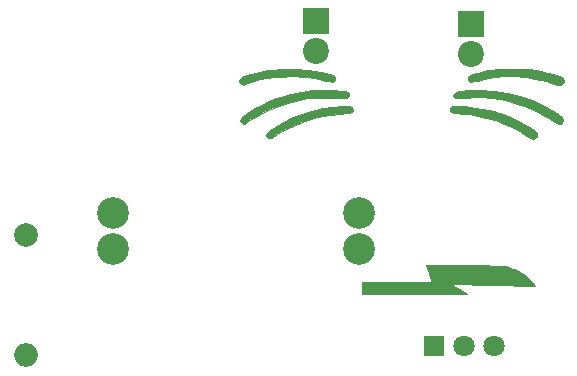
<source format=gbr>
G04 #@! TF.FileFunction,Soldermask,Top*
%FSLAX46Y46*%
G04 Gerber Fmt 4.6, Leading zero omitted, Abs format (unit mm)*
G04 Created by KiCad (PCBNEW 4.0.7) date 09/18/18 19:10:44*
%MOMM*%
%LPD*%
G01*
G04 APERTURE LIST*
%ADD10C,0.100000*%
%ADD11C,0.010000*%
%ADD12C,2.686000*%
%ADD13R,2.200000X2.200000*%
%ADD14C,2.200000*%
%ADD15C,2.000000*%
%ADD16O,2.000000X2.000000*%
%ADD17R,1.797000X1.797000*%
%ADD18C,1.797000*%
G04 APERTURE END LIST*
D10*
D11*
G36*
X147402750Y-108986513D02*
X147862025Y-109033593D01*
X148358395Y-109103004D01*
X148874800Y-109192434D01*
X149394182Y-109299567D01*
X149899479Y-109422091D01*
X150373634Y-109557690D01*
X150702156Y-109667883D01*
X151089837Y-109820752D01*
X151502910Y-110005461D01*
X151923051Y-110211587D01*
X152331938Y-110428709D01*
X152711246Y-110646404D01*
X153042654Y-110854252D01*
X153307838Y-111041829D01*
X153488474Y-111198714D01*
X153558688Y-111292630D01*
X153590002Y-111436719D01*
X153529269Y-111585912D01*
X153519793Y-111600648D01*
X153397415Y-111721038D01*
X153237163Y-111751372D01*
X153025530Y-111689623D01*
X152749010Y-111533764D01*
X152655000Y-111470841D01*
X152097996Y-111126410D01*
X151448097Y-110788944D01*
X150739213Y-110472485D01*
X150005251Y-110191070D01*
X149280119Y-109958740D01*
X148597726Y-109789534D01*
X148591000Y-109788161D01*
X148269985Y-109733550D01*
X147878340Y-109682872D01*
X147472405Y-109642774D01*
X147199745Y-109624021D01*
X146853259Y-109602730D01*
X146610945Y-109578754D01*
X146449983Y-109548104D01*
X146347553Y-109506792D01*
X146294870Y-109465870D01*
X146190223Y-109305736D01*
X146210895Y-109153727D01*
X146277785Y-109067785D01*
X146418087Y-109002400D01*
X146663722Y-108968603D01*
X146997629Y-108964078D01*
X147402750Y-108986513D01*
X147402750Y-108986513D01*
G37*
X147402750Y-108986513D02*
X147862025Y-109033593D01*
X148358395Y-109103004D01*
X148874800Y-109192434D01*
X149394182Y-109299567D01*
X149899479Y-109422091D01*
X150373634Y-109557690D01*
X150702156Y-109667883D01*
X151089837Y-109820752D01*
X151502910Y-110005461D01*
X151923051Y-110211587D01*
X152331938Y-110428709D01*
X152711246Y-110646404D01*
X153042654Y-110854252D01*
X153307838Y-111041829D01*
X153488474Y-111198714D01*
X153558688Y-111292630D01*
X153590002Y-111436719D01*
X153529269Y-111585912D01*
X153519793Y-111600648D01*
X153397415Y-111721038D01*
X153237163Y-111751372D01*
X153025530Y-111689623D01*
X152749010Y-111533764D01*
X152655000Y-111470841D01*
X152097996Y-111126410D01*
X151448097Y-110788944D01*
X150739213Y-110472485D01*
X150005251Y-110191070D01*
X149280119Y-109958740D01*
X148597726Y-109789534D01*
X148591000Y-109788161D01*
X148269985Y-109733550D01*
X147878340Y-109682872D01*
X147472405Y-109642774D01*
X147199745Y-109624021D01*
X146853259Y-109602730D01*
X146610945Y-109578754D01*
X146449983Y-109548104D01*
X146347553Y-109506792D01*
X146294870Y-109465870D01*
X146190223Y-109305736D01*
X146210895Y-109153727D01*
X146277785Y-109067785D01*
X146418087Y-109002400D01*
X146663722Y-108968603D01*
X146997629Y-108964078D01*
X147402750Y-108986513D01*
G36*
X137413683Y-108979901D02*
X137657425Y-108992913D01*
X137804600Y-109013983D01*
X137885608Y-109054043D01*
X137930851Y-109124024D01*
X137949140Y-109172452D01*
X137975183Y-109329755D01*
X137909301Y-109455881D01*
X137901290Y-109464905D01*
X137835327Y-109517654D01*
X137733190Y-109555685D01*
X137571603Y-109583093D01*
X137327294Y-109603976D01*
X137016583Y-109620617D01*
X135985373Y-109723682D01*
X134939081Y-109933025D01*
X133905082Y-110239855D01*
X132910753Y-110635379D01*
X131983470Y-111110803D01*
X131555161Y-111374659D01*
X131244689Y-111563007D01*
X131011055Y-111666918D01*
X130839774Y-111690211D01*
X130716359Y-111636703D01*
X130684684Y-111604074D01*
X130624829Y-111469028D01*
X130666057Y-111319749D01*
X130814048Y-111147820D01*
X131074486Y-110944823D01*
X131176072Y-110876161D01*
X131946716Y-110417766D01*
X132782816Y-110009790D01*
X133661006Y-109659337D01*
X134557919Y-109373509D01*
X135450189Y-109159410D01*
X136314449Y-109024144D01*
X137127333Y-108974814D01*
X137413683Y-108979901D01*
X137413683Y-108979901D01*
G37*
X137413683Y-108979901D02*
X137657425Y-108992913D01*
X137804600Y-109013983D01*
X137885608Y-109054043D01*
X137930851Y-109124024D01*
X137949140Y-109172452D01*
X137975183Y-109329755D01*
X137909301Y-109455881D01*
X137901290Y-109464905D01*
X137835327Y-109517654D01*
X137733190Y-109555685D01*
X137571603Y-109583093D01*
X137327294Y-109603976D01*
X137016583Y-109620617D01*
X135985373Y-109723682D01*
X134939081Y-109933025D01*
X133905082Y-110239855D01*
X132910753Y-110635379D01*
X131983470Y-111110803D01*
X131555161Y-111374659D01*
X131244689Y-111563007D01*
X131011055Y-111666918D01*
X130839774Y-111690211D01*
X130716359Y-111636703D01*
X130684684Y-111604074D01*
X130624829Y-111469028D01*
X130666057Y-111319749D01*
X130814048Y-111147820D01*
X131074486Y-110944823D01*
X131176072Y-110876161D01*
X131946716Y-110417766D01*
X132782816Y-110009790D01*
X133661006Y-109659337D01*
X134557919Y-109373509D01*
X135450189Y-109159410D01*
X136314449Y-109024144D01*
X137127333Y-108974814D01*
X137413683Y-108979901D01*
G36*
X136419205Y-107621947D02*
X136470764Y-107626267D01*
X136874065Y-107662706D01*
X137168873Y-107694564D01*
X137373349Y-107726649D01*
X137505652Y-107763767D01*
X137583943Y-107810725D01*
X137626380Y-107872328D01*
X137647295Y-107937666D01*
X137662927Y-108115897D01*
X137593757Y-108227358D01*
X137427387Y-108281480D01*
X137185363Y-108288993D01*
X136376435Y-108267394D01*
X135680618Y-108259913D01*
X135084770Y-108266914D01*
X134575748Y-108288758D01*
X134140411Y-108325810D01*
X133765616Y-108378432D01*
X133732000Y-108384377D01*
X132712595Y-108614705D01*
X131716089Y-108930338D01*
X130768450Y-109321026D01*
X129895646Y-109776519D01*
X129382802Y-110101084D01*
X129144548Y-110260170D01*
X128941762Y-110388073D01*
X128798870Y-110469844D01*
X128744064Y-110492000D01*
X128641804Y-110457484D01*
X128563439Y-110409493D01*
X128464692Y-110272986D01*
X128478864Y-110101349D01*
X128601339Y-109907571D01*
X128808906Y-109718487D01*
X129216570Y-109441766D01*
X129719417Y-109149814D01*
X130289058Y-108856706D01*
X130897101Y-108576513D01*
X131515156Y-108323308D01*
X131922250Y-108175240D01*
X132756043Y-107934654D01*
X133663446Y-107754106D01*
X134603647Y-107638522D01*
X135535837Y-107592827D01*
X136419205Y-107621947D01*
X136419205Y-107621947D01*
G37*
X136419205Y-107621947D02*
X136470764Y-107626267D01*
X136874065Y-107662706D01*
X137168873Y-107694564D01*
X137373349Y-107726649D01*
X137505652Y-107763767D01*
X137583943Y-107810725D01*
X137626380Y-107872328D01*
X137647295Y-107937666D01*
X137662927Y-108115897D01*
X137593757Y-108227358D01*
X137427387Y-108281480D01*
X137185363Y-108288993D01*
X136376435Y-108267394D01*
X135680618Y-108259913D01*
X135084770Y-108266914D01*
X134575748Y-108288758D01*
X134140411Y-108325810D01*
X133765616Y-108378432D01*
X133732000Y-108384377D01*
X132712595Y-108614705D01*
X131716089Y-108930338D01*
X130768450Y-109321026D01*
X129895646Y-109776519D01*
X129382802Y-110101084D01*
X129144548Y-110260170D01*
X128941762Y-110388073D01*
X128798870Y-110469844D01*
X128744064Y-110492000D01*
X128641804Y-110457484D01*
X128563439Y-110409493D01*
X128464692Y-110272986D01*
X128478864Y-110101349D01*
X128601339Y-109907571D01*
X128808906Y-109718487D01*
X129216570Y-109441766D01*
X129719417Y-109149814D01*
X130289058Y-108856706D01*
X130897101Y-108576513D01*
X131515156Y-108323308D01*
X131922250Y-108175240D01*
X132756043Y-107934654D01*
X133663446Y-107754106D01*
X134603647Y-107638522D01*
X135535837Y-107592827D01*
X136419205Y-107621947D01*
G36*
X149898491Y-107660572D02*
X151024067Y-107835005D01*
X152124297Y-108108852D01*
X153176507Y-108477524D01*
X154158026Y-108936431D01*
X154179000Y-108947693D01*
X154462366Y-109106509D01*
X154762681Y-109285184D01*
X155057198Y-109468975D01*
X155323170Y-109643138D01*
X155537853Y-109792931D01*
X155678499Y-109903612D01*
X155717902Y-109945134D01*
X155764151Y-110114002D01*
X155728159Y-110299356D01*
X155666714Y-110392214D01*
X155550001Y-110469663D01*
X155407183Y-110478484D01*
X155218972Y-110413664D01*
X154966079Y-110270186D01*
X154814000Y-110170522D01*
X154102551Y-109737085D01*
X153307779Y-109333465D01*
X152472916Y-108978862D01*
X151641195Y-108692472D01*
X151226250Y-108577373D01*
X150421653Y-108397286D01*
X149677980Y-108282933D01*
X148949950Y-108230412D01*
X148192281Y-108235816D01*
X147653427Y-108269264D01*
X147243195Y-108299452D01*
X146942466Y-108312365D01*
X146734516Y-108304705D01*
X146602619Y-108273174D01*
X146530050Y-108214475D01*
X146500085Y-108125309D01*
X146495500Y-108040938D01*
X146517219Y-107925713D01*
X146592456Y-107835811D01*
X146736330Y-107765883D01*
X146963959Y-107710581D01*
X147290461Y-107664558D01*
X147661985Y-107628310D01*
X148770240Y-107590144D01*
X149898491Y-107660572D01*
X149898491Y-107660572D01*
G37*
X149898491Y-107660572D02*
X151024067Y-107835005D01*
X152124297Y-108108852D01*
X153176507Y-108477524D01*
X154158026Y-108936431D01*
X154179000Y-108947693D01*
X154462366Y-109106509D01*
X154762681Y-109285184D01*
X155057198Y-109468975D01*
X155323170Y-109643138D01*
X155537853Y-109792931D01*
X155678499Y-109903612D01*
X155717902Y-109945134D01*
X155764151Y-110114002D01*
X155728159Y-110299356D01*
X155666714Y-110392214D01*
X155550001Y-110469663D01*
X155407183Y-110478484D01*
X155218972Y-110413664D01*
X154966079Y-110270186D01*
X154814000Y-110170522D01*
X154102551Y-109737085D01*
X153307779Y-109333465D01*
X152472916Y-108978862D01*
X151641195Y-108692472D01*
X151226250Y-108577373D01*
X150421653Y-108397286D01*
X149677980Y-108282933D01*
X148949950Y-108230412D01*
X148192281Y-108235816D01*
X147653427Y-108269264D01*
X147243195Y-108299452D01*
X146942466Y-108312365D01*
X146734516Y-108304705D01*
X146602619Y-108273174D01*
X146530050Y-108214475D01*
X146500085Y-108125309D01*
X146495500Y-108040938D01*
X146517219Y-107925713D01*
X146592456Y-107835811D01*
X146736330Y-107765883D01*
X146963959Y-107710581D01*
X147290461Y-107664558D01*
X147661985Y-107628310D01*
X148770240Y-107590144D01*
X149898491Y-107660572D01*
G36*
X134201879Y-105897861D02*
X135270926Y-106073553D01*
X136061531Y-106270217D01*
X136304290Y-106368566D01*
X136430754Y-106495586D01*
X136450587Y-106663709D01*
X136430796Y-106745352D01*
X136349818Y-106859426D01*
X136192675Y-106907585D01*
X135947731Y-106890872D01*
X135627833Y-106817163D01*
X135127247Y-106688994D01*
X134660626Y-106594539D01*
X134193266Y-106529656D01*
X133690464Y-106490203D01*
X133117515Y-106472038D01*
X132716000Y-106469646D01*
X131970834Y-106483990D01*
X131317486Y-106528258D01*
X130723281Y-106607252D01*
X130155546Y-106725775D01*
X129581607Y-106888628D01*
X129352625Y-106963972D01*
X129080052Y-107055221D01*
X128852078Y-107128826D01*
X128695313Y-107176367D01*
X128638250Y-107190000D01*
X128561354Y-107149462D01*
X128461500Y-107063000D01*
X128348446Y-106902705D01*
X128354297Y-106758770D01*
X128482007Y-106622052D01*
X128633227Y-106531978D01*
X128791699Y-106468824D01*
X129047055Y-106387418D01*
X129371734Y-106294854D01*
X129738175Y-106198225D01*
X130118816Y-106104626D01*
X130486097Y-106021151D01*
X130812455Y-105954894D01*
X130999573Y-105922894D01*
X132031693Y-105820163D01*
X133110632Y-105812608D01*
X134201879Y-105897861D01*
X134201879Y-105897861D01*
G37*
X134201879Y-105897861D02*
X135270926Y-106073553D01*
X136061531Y-106270217D01*
X136304290Y-106368566D01*
X136430754Y-106495586D01*
X136450587Y-106663709D01*
X136430796Y-106745352D01*
X136349818Y-106859426D01*
X136192675Y-106907585D01*
X135947731Y-106890872D01*
X135627833Y-106817163D01*
X135127247Y-106688994D01*
X134660626Y-106594539D01*
X134193266Y-106529656D01*
X133690464Y-106490203D01*
X133117515Y-106472038D01*
X132716000Y-106469646D01*
X131970834Y-106483990D01*
X131317486Y-106528258D01*
X130723281Y-106607252D01*
X130155546Y-106725775D01*
X129581607Y-106888628D01*
X129352625Y-106963972D01*
X129080052Y-107055221D01*
X128852078Y-107128826D01*
X128695313Y-107176367D01*
X128638250Y-107190000D01*
X128561354Y-107149462D01*
X128461500Y-107063000D01*
X128348446Y-106902705D01*
X128354297Y-106758770D01*
X128482007Y-106622052D01*
X128633227Y-106531978D01*
X128791699Y-106468824D01*
X129047055Y-106387418D01*
X129371734Y-106294854D01*
X129738175Y-106198225D01*
X130118816Y-106104626D01*
X130486097Y-106021151D01*
X130812455Y-105954894D01*
X130999573Y-105922894D01*
X132031693Y-105820163D01*
X133110632Y-105812608D01*
X134201879Y-105897861D01*
G36*
X151575500Y-105830578D02*
X152261001Y-105841487D01*
X152853161Y-105872709D01*
X153384682Y-105928989D01*
X153888266Y-106015072D01*
X154396613Y-106135704D01*
X154942426Y-106295628D01*
X155077512Y-106338730D01*
X155393920Y-106445617D01*
X155607462Y-106534071D01*
X155737889Y-106618738D01*
X155804953Y-106714266D01*
X155828404Y-106835300D01*
X155830000Y-106896743D01*
X155806574Y-107049070D01*
X155727735Y-107141291D01*
X155580641Y-107174577D01*
X155352450Y-107150101D01*
X155030319Y-107069032D01*
X154782250Y-106992306D01*
X154396338Y-106879702D01*
X153941639Y-106770444D01*
X153401698Y-106661069D01*
X152760063Y-106548113D01*
X152381377Y-106486908D01*
X151902673Y-106440951D01*
X151334422Y-106434999D01*
X150706735Y-106466493D01*
X150049720Y-106532875D01*
X149393487Y-106631586D01*
X148768146Y-106760070D01*
X148563407Y-106811267D01*
X148227706Y-106887002D01*
X147990946Y-106907280D01*
X147836883Y-106870139D01*
X147749276Y-106773617D01*
X147727190Y-106710224D01*
X147718020Y-106570331D01*
X147777610Y-106455061D01*
X147919735Y-106355354D01*
X148158169Y-106262148D01*
X148506686Y-106166382D01*
X148581287Y-106148384D01*
X149042884Y-106042380D01*
X149438546Y-105962206D01*
X149800118Y-105904482D01*
X150159447Y-105865828D01*
X150548381Y-105842863D01*
X150998767Y-105832208D01*
X151542450Y-105830481D01*
X151575500Y-105830578D01*
X151575500Y-105830578D01*
G37*
X151575500Y-105830578D02*
X152261001Y-105841487D01*
X152853161Y-105872709D01*
X153384682Y-105928989D01*
X153888266Y-106015072D01*
X154396613Y-106135704D01*
X154942426Y-106295628D01*
X155077512Y-106338730D01*
X155393920Y-106445617D01*
X155607462Y-106534071D01*
X155737889Y-106618738D01*
X155804953Y-106714266D01*
X155828404Y-106835300D01*
X155830000Y-106896743D01*
X155806574Y-107049070D01*
X155727735Y-107141291D01*
X155580641Y-107174577D01*
X155352450Y-107150101D01*
X155030319Y-107069032D01*
X154782250Y-106992306D01*
X154396338Y-106879702D01*
X153941639Y-106770444D01*
X153401698Y-106661069D01*
X152760063Y-106548113D01*
X152381377Y-106486908D01*
X151902673Y-106440951D01*
X151334422Y-106434999D01*
X150706735Y-106466493D01*
X150049720Y-106532875D01*
X149393487Y-106631586D01*
X148768146Y-106760070D01*
X148563407Y-106811267D01*
X148227706Y-106887002D01*
X147990946Y-106907280D01*
X147836883Y-106870139D01*
X147749276Y-106773617D01*
X147727190Y-106710224D01*
X147718020Y-106570331D01*
X147777610Y-106455061D01*
X147919735Y-106355354D01*
X148158169Y-106262148D01*
X148506686Y-106166382D01*
X148581287Y-106148384D01*
X149042884Y-106042380D01*
X149438546Y-105962206D01*
X149800118Y-105904482D01*
X150159447Y-105865828D01*
X150548381Y-105842863D01*
X150998767Y-105832208D01*
X151542450Y-105830481D01*
X151575500Y-105830578D01*
G36*
X147450789Y-122450169D02*
X148093967Y-122455979D01*
X148703111Y-122463077D01*
X149265570Y-122471205D01*
X149768688Y-122480105D01*
X150199814Y-122489520D01*
X150546293Y-122499193D01*
X150795472Y-122508867D01*
X150934697Y-122518284D01*
X150954999Y-122521445D01*
X151095239Y-122566349D01*
X151314202Y-122648167D01*
X151574389Y-122752612D01*
X151699684Y-122805210D01*
X152130018Y-123026169D01*
X152549481Y-123309274D01*
X152920964Y-123626161D01*
X153207353Y-123948469D01*
X153221834Y-123968502D01*
X153364239Y-124168492D01*
X149812494Y-124124752D01*
X146260750Y-124081013D01*
X146768750Y-124338986D01*
X147024540Y-124475622D01*
X147259096Y-124612665D01*
X147432094Y-124726206D01*
X147467250Y-124753164D01*
X147657750Y-124909369D01*
X143196875Y-124909684D01*
X138736000Y-124910000D01*
X138736000Y-123894000D01*
X141688750Y-123894000D01*
X142287478Y-123893561D01*
X142845518Y-123892305D01*
X143350401Y-123890319D01*
X143789660Y-123887695D01*
X144150830Y-123884519D01*
X144421441Y-123880882D01*
X144589028Y-123876872D01*
X144641500Y-123872916D01*
X144621430Y-123808472D01*
X144566782Y-123648575D01*
X144485897Y-123417299D01*
X144387117Y-123138719D01*
X144386914Y-123138150D01*
X144132329Y-122424466D01*
X147450789Y-122450169D01*
X147450789Y-122450169D01*
G37*
X147450789Y-122450169D02*
X148093967Y-122455979D01*
X148703111Y-122463077D01*
X149265570Y-122471205D01*
X149768688Y-122480105D01*
X150199814Y-122489520D01*
X150546293Y-122499193D01*
X150795472Y-122508867D01*
X150934697Y-122518284D01*
X150954999Y-122521445D01*
X151095239Y-122566349D01*
X151314202Y-122648167D01*
X151574389Y-122752612D01*
X151699684Y-122805210D01*
X152130018Y-123026169D01*
X152549481Y-123309274D01*
X152920964Y-123626161D01*
X153207353Y-123948469D01*
X153221834Y-123968502D01*
X153364239Y-124168492D01*
X149812494Y-124124752D01*
X146260750Y-124081013D01*
X146768750Y-124338986D01*
X147024540Y-124475622D01*
X147259096Y-124612665D01*
X147432094Y-124726206D01*
X147467250Y-124753164D01*
X147657750Y-124909369D01*
X143196875Y-124909684D01*
X138736000Y-124910000D01*
X138736000Y-123894000D01*
X141688750Y-123894000D01*
X142287478Y-123893561D01*
X142845518Y-123892305D01*
X143350401Y-123890319D01*
X143789660Y-123887695D01*
X144150830Y-123884519D01*
X144421441Y-123880882D01*
X144589028Y-123876872D01*
X144641500Y-123872916D01*
X144621430Y-123808472D01*
X144566782Y-123648575D01*
X144485897Y-123417299D01*
X144387117Y-123138719D01*
X144386914Y-123138150D01*
X144132329Y-122424466D01*
X147450789Y-122450169D01*
D12*
X138500000Y-121080000D03*
X117672000Y-121080000D03*
X138500000Y-118032000D03*
X117672000Y-118032000D03*
D13*
X134820000Y-101800000D03*
D14*
X134820000Y-104340000D03*
D13*
X147990000Y-102040000D03*
D14*
X147990000Y-104580000D03*
D15*
X110270000Y-119910000D03*
D16*
X110270000Y-130070000D03*
D17*
X144820000Y-129250000D03*
D18*
X147360000Y-129250000D03*
X149900000Y-129250000D03*
M02*

</source>
